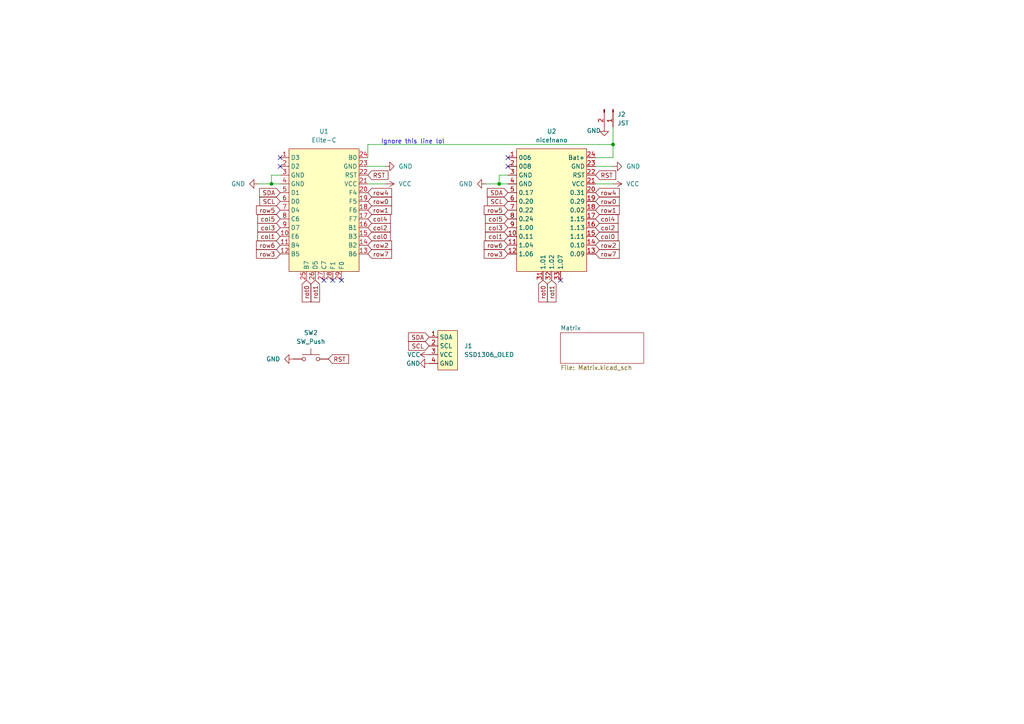
<source format=kicad_sch>
(kicad_sch (version 20210621) (generator eeschema)
  (paper "A4")
  (lib_symbols
    (symbol "Connector:Conn_01x02_Male" (pin_names (offset 1.016) hide)
      (property "Reference" "J" (at 0 2.54 0))
      (property "Value" "Conn_01x02_Male" (at 0 -5.08 0))
      (symbol "Conn_01x02_Male_1_1"
        (rectangle (start 0.8636 -2.413) (end 0 -2.667) (stroke (width 0.1524)) (fill (type outline)))
        (rectangle (start 0.8636 0.127) (end 0 -0.127) (stroke (width 0.1524)) (fill (type outline)))
        (polyline (pts (xy 1.27 -2.54) (xy 0.8636 -2.54)) (stroke (width 0.1524)))
        (polyline (pts (xy 1.27 0) (xy 0.8636 0)) (stroke (width 0.1524)))
        (pin passive line (at 5.08 0 180) (length 3.81) (name "Pin_1") (number "1"))
        (pin passive line (at 5.08 -2.54 180) (length 3.81) (name "Pin_2") (number "2"))
      )
    )
    (symbol "Custom Symbols:Elite-C"
      (property "Reference" "U" (at 0 20.32 0))
      (property "Value" "Elite-C" (at 0 17.78 0))
      (symbol "Elite-C_0_1"
        (rectangle (start -10.16 15.24) (end 10.16 -20.32) (stroke (width 0.1524)) (fill (type background)))
      )
      (symbol "Elite-C_1_1"
        (pin bidirectional line (at -12.7 12.7 0) (length 2.54) (name "D3") (number "1"))
        (pin bidirectional line (at -12.7 -10.16 0) (length 2.54) (name "E6") (number "10"))
        (pin bidirectional line (at -12.7 -12.7 0) (length 2.54) (name "B4") (number "11"))
        (pin bidirectional line (at -12.7 -15.24 0) (length 2.54) (name "B5") (number "12"))
        (pin bidirectional line (at 12.7 -15.24 180) (length 2.54) (name "B6") (number "13"))
        (pin bidirectional line (at 12.7 -12.7 180) (length 2.54) (name "B2") (number "14"))
        (pin bidirectional line (at 12.7 -10.16 180) (length 2.54) (name "B3") (number "15"))
        (pin bidirectional line (at 12.7 -7.62 180) (length 2.54) (name "B1") (number "16"))
        (pin bidirectional line (at 12.7 -5.08 180) (length 2.54) (name "F7") (number "17"))
        (pin bidirectional line (at 12.7 -2.54 180) (length 2.54) (name "F6") (number "18"))
        (pin bidirectional line (at 12.7 0 180) (length 2.54) (name "F5") (number "19"))
        (pin bidirectional line (at -12.7 10.16 0) (length 2.54) (name "D2") (number "2"))
        (pin bidirectional line (at 12.7 2.54 180) (length 2.54) (name "F4") (number "20"))
        (pin bidirectional line (at 12.7 5.08 180) (length 2.54) (name "VCC") (number "21"))
        (pin bidirectional line (at 12.7 7.62 180) (length 2.54) (name "RST") (number "22"))
        (pin bidirectional line (at 12.7 10.16 180) (length 2.54) (name "GND") (number "23"))
        (pin bidirectional line (at 12.7 12.7 180) (length 2.54) (name "B0") (number "24"))
        (pin bidirectional line (at -5.08 -22.86 90) (length 2.54) (name "B7") (number "25"))
        (pin bidirectional line (at -2.54 -22.86 90) (length 2.54) (name "D5") (number "26"))
        (pin bidirectional line (at 0 -22.86 90) (length 2.54) (name "C7") (number "27"))
        (pin bidirectional line (at 2.54 -22.86 90) (length 2.54) (name "F1") (number "28"))
        (pin bidirectional line (at 5.08 -22.86 90) (length 2.54) (name "F0") (number "29"))
        (pin bidirectional line (at -12.7 7.62 0) (length 2.54) (name "GND") (number "3"))
        (pin bidirectional line (at -12.7 5.08 0) (length 2.54) (name "GND") (number "4"))
        (pin bidirectional line (at -12.7 2.54 0) (length 2.54) (name "D1") (number "5"))
        (pin bidirectional line (at -12.7 0 0) (length 2.54) (name "D0") (number "6"))
        (pin bidirectional line (at -12.7 -2.54 0) (length 2.54) (name "D4") (number "7"))
        (pin bidirectional line (at -12.7 -5.08 0) (length 2.54) (name "C6") (number "8"))
        (pin bidirectional line (at -12.7 -7.62 0) (length 2.54) (name "D7") (number "9"))
      )
    )
    (symbol "Custom Symbols:SSD1306_OLED"
      (property "Reference" "J" (at 0 8.89 0))
      (property "Value" "SSD1306_OLED" (at 0.635 6.35 0))
      (symbol "SSD1306_OLED_0_1"
        (rectangle (start -2.54 5.08) (end 3.175 -6.35) (stroke (width 0.1524)) (fill (type background)))
      )
      (symbol "SSD1306_OLED_1_1"
        (pin bidirectional line (at -5.08 3.175 0) (length 2.54) (name "SDA") (number "1"))
        (pin bidirectional line (at -5.08 0.635 0) (length 2.54) (name "SCL") (number "2"))
        (pin bidirectional line (at -5.08 -1.905 0) (length 2.54) (name "VCC") (number "3"))
        (pin bidirectional line (at -5.08 -4.445 0) (length 2.54) (name "GND") (number "4"))
      )
    )
    (symbol "Custom Symbols:nice!nano"
      (property "Reference" "U" (at 0 22.86 0))
      (property "Value" "nice!nano" (at 0 20.32 0))
      (symbol "nice!nano_0_1"
        (rectangle (start -10.16 17.78) (end 10.16 -17.78) (stroke (width 0.1524)) (fill (type background)))
      )
      (symbol "nice!nano_1_1"
        (pin bidirectional line (at -12.7 15.24 0) (length 2.54) (name "006") (number "1"))
        (pin bidirectional line (at -12.7 -7.62 0) (length 2.54) (name "0.11") (number "10"))
        (pin bidirectional line (at -12.7 -10.16 0) (length 2.54) (name "1.04") (number "11"))
        (pin bidirectional line (at -12.7 -12.7 0) (length 2.54) (name "1.06") (number "12"))
        (pin bidirectional line (at 12.7 -12.7 180) (length 2.54) (name "0.09") (number "13"))
        (pin bidirectional line (at 12.7 -10.16 180) (length 2.54) (name "0.10") (number "14"))
        (pin bidirectional line (at 12.7 -7.62 180) (length 2.54) (name "1.11") (number "15"))
        (pin bidirectional line (at 12.7 -5.08 180) (length 2.54) (name "1.13") (number "16"))
        (pin bidirectional line (at 12.7 -2.54 180) (length 2.54) (name "1.15") (number "17"))
        (pin bidirectional line (at 12.7 0 180) (length 2.54) (name "0.02") (number "18"))
        (pin bidirectional line (at 12.7 2.54 180) (length 2.54) (name "0.29") (number "19"))
        (pin bidirectional line (at -12.7 12.7 0) (length 2.54) (name "008") (number "2"))
        (pin bidirectional line (at 12.7 5.08 180) (length 2.54) (name "0.31") (number "20"))
        (pin bidirectional line (at 12.7 7.62 180) (length 2.54) (name "VCC") (number "21"))
        (pin bidirectional line (at 12.7 10.16 180) (length 2.54) (name "RST") (number "22"))
        (pin bidirectional line (at 12.7 12.7 180) (length 2.54) (name "GND") (number "23"))
        (pin bidirectional line (at 12.7 15.24 180) (length 2.54) (name "Bat+") (number "24"))
        (pin bidirectional line (at -12.7 10.16 0) (length 2.54) (name "GND") (number "3"))
        (pin bidirectional line (at -2.54 -20.32 90) (length 2.54) (name "1.01") (number "31"))
        (pin bidirectional line (at 0 -20.32 90) (length 2.54) (name "1.02") (number "32"))
        (pin bidirectional line (at 2.54 -20.32 90) (length 2.54) (name "1.07") (number "33"))
        (pin bidirectional line (at -12.7 7.62 0) (length 2.54) (name "GND") (number "4"))
        (pin bidirectional line (at -12.7 5.08 0) (length 2.54) (name "0.17") (number "5"))
        (pin bidirectional line (at -12.7 2.54 0) (length 2.54) (name "0.20") (number "6"))
        (pin bidirectional line (at -12.7 0 0) (length 2.54) (name "0.22") (number "7"))
        (pin bidirectional line (at -12.7 -2.54 0) (length 2.54) (name "0.24") (number "8"))
        (pin bidirectional line (at -12.7 -5.08 0) (length 2.54) (name "1.00") (number "9"))
      )
    )
    (symbol "Switch:SW_Push" (pin_numbers hide) (pin_names (offset 1.016) hide)
      (property "Reference" "SW" (at 1.27 2.54 0))
      (property "Value" "SW_Push" (at 0 -1.524 0))
      (symbol "SW_Push_0_1"
        (circle (center -2.032 0) (radius 0.508))
        (circle (center 2.032 0) (radius 0.508))
        (polyline (pts (xy 0 1.27) (xy 0 3.048)))
        (polyline (pts (xy 2.54 1.27) (xy -2.54 1.27)))
        (pin passive line (at -5.08 0 0) (length 2.54) (name "1") (number "1"))
        (pin passive line (at 5.08 0 180) (length 2.54) (name "2") (number "2"))
      )
    )
    (symbol "power:GND" (power) (pin_names (offset 0))
      (property "Value" "GND" (at 0 -3.81 0))
      (symbol "GND_0_1"
        (polyline (pts (xy 0 0) (xy 0 -1.27) (xy 1.27 -1.27) (xy 0 -2.54) (xy -1.27 -1.27) (xy 0 -1.27)))
      )
      (symbol "GND_1_1"
        (pin power_in line (at 0 0 270) (length 0) hide (name "GND") (number "1"))
      )
    )
    (symbol "power:VCC" (power) (pin_names (offset 0))
      (property "Value" "VCC" (at 0 3.81 0))
      (symbol "VCC_0_1"
        (polyline (pts (xy -0.762 1.27) (xy 0 2.54)))
        (polyline (pts (xy 0 0) (xy 0 2.54)))
        (polyline (pts (xy 0 2.54) (xy 0.762 1.27)))
      )
      (symbol "VCC_1_1"
        (pin power_in line (at 0 0 90) (length 0) hide (name "VCC") (number "1"))
      )
    )
  )
  (junction (at 78.74 53.34) (diameter 0.9144))
  (junction (at 144.78 53.34) (diameter 0.9144))
  (junction (at 177.8 41.91) (diameter 0.9144))
  (no_connect (at 81.28 45.72))
  (no_connect (at 81.28 48.26))
  (no_connect (at 93.98 81.28))
  (no_connect (at 96.52 81.28))
  (no_connect (at 99.06 81.28))
  (no_connect (at 147.32 45.72))
  (no_connect (at 147.32 48.26))
  (no_connect (at 162.56 81.28))
  (wire (pts (xy 74.93 53.34) (xy 78.74 53.34)))
  (wire (pts (xy 78.74 50.8) (xy 78.74 53.34)))
  (wire (pts (xy 78.74 53.34) (xy 81.28 53.34)))
  (wire (pts (xy 81.28 50.8) (xy 78.74 50.8)))
  (wire (pts (xy 106.68 41.91) (xy 177.8 41.91)))
  (wire (pts (xy 106.68 45.72) (xy 106.68 41.91)))
  (wire (pts (xy 106.68 48.26) (xy 111.76 48.26)))
  (wire (pts (xy 106.68 53.34) (xy 111.76 53.34)))
  (wire (pts (xy 144.78 50.8) (xy 144.78 53.34)))
  (wire (pts (xy 144.78 53.34) (xy 140.97 53.34)))
  (wire (pts (xy 144.78 53.34) (xy 147.32 53.34)))
  (wire (pts (xy 147.32 50.8) (xy 144.78 50.8)))
  (wire (pts (xy 172.72 45.72) (xy 177.8 45.72)))
  (wire (pts (xy 172.72 48.26) (xy 177.8 48.26)))
  (wire (pts (xy 172.72 53.34) (xy 177.8 53.34)))
  (wire (pts (xy 177.8 36.83) (xy 177.8 41.91)))
  (wire (pts (xy 177.8 45.72) (xy 177.8 41.91)))
  (text "Ignore this line lol" (at 110.49 41.91 0) (effects (font (size 1.27 1.27)) (justify left bottom)))
  (global_label "SDA" (shape input) (at 81.28 55.88 180) (property "Intersheet References" "${INTERSHEET_REFS}" (effects hide)))
  (global_label "SCL" (shape input) (at 81.28 58.42 180) (property "Intersheet References" "${INTERSHEET_REFS}" (effects hide)))
  (global_label "row5" (shape input) (at 81.28 60.96 180) (property "Intersheet References" "${INTERSHEET_REFS}" (effects hide)))
  (global_label "col5" (shape input) (at 81.28 63.5 180) (property "Intersheet References" "${INTERSHEET_REFS}" (effects hide)))
  (global_label "col3" (shape input) (at 81.28 66.04 180) (property "Intersheet References" "${INTERSHEET_REFS}" (effects hide)))
  (global_label "col1" (shape input) (at 81.28 68.58 180) (property "Intersheet References" "${INTERSHEET_REFS}" (effects hide)))
  (global_label "row6" (shape input) (at 81.28 71.12 180) (property "Intersheet References" "${INTERSHEET_REFS}" (effects hide)))
  (global_label "row3" (shape input) (at 81.28 73.66 180) (property "Intersheet References" "${INTERSHEET_REFS}" (effects hide)))
  (global_label "rot0" (shape input) (at 88.9 81.28 270) (property "Intersheet References" "${INTERSHEET_REFS}" (effects hide)))
  (global_label "rot1" (shape input) (at 91.44 81.28 270) (property "Intersheet References" "${INTERSHEET_REFS}" (effects hide)))
  (global_label "RST" (shape input) (at 95.25 104.14 0) (property "Intersheet References" "${INTERSHEET_REFS}" (effects hide)))
  (global_label "RST" (shape input) (at 106.68 50.8 0) (property "Intersheet References" "${INTERSHEET_REFS}" (effects hide)))
  (global_label "row4" (shape input) (at 106.68 55.88 0) (property "Intersheet References" "${INTERSHEET_REFS}" (effects hide)))
  (global_label "row0" (shape input) (at 106.68 58.42 0) (property "Intersheet References" "${INTERSHEET_REFS}" (effects hide)))
  (global_label "row1" (shape input) (at 106.68 60.96 0) (property "Intersheet References" "${INTERSHEET_REFS}" (effects hide)))
  (global_label "col4" (shape input) (at 106.68 63.5 0) (property "Intersheet References" "${INTERSHEET_REFS}" (effects hide)))
  (global_label "col2" (shape input) (at 106.68 66.04 0) (property "Intersheet References" "${INTERSHEET_REFS}" (effects hide)))
  (global_label "col0" (shape input) (at 106.68 68.58 0) (property "Intersheet References" "${INTERSHEET_REFS}" (effects hide)))
  (global_label "row2" (shape input) (at 106.68 71.12 0) (property "Intersheet References" "${INTERSHEET_REFS}" (effects hide)))
  (global_label "row7" (shape input) (at 106.68 73.66 0) (property "Intersheet References" "${INTERSHEET_REFS}" (effects hide)))
  (global_label "SDA" (shape input) (at 124.46 97.79 180) (property "Intersheet References" "${INTERSHEET_REFS}" (effects hide)))
  (global_label "SCL" (shape input) (at 124.46 100.33 180) (property "Intersheet References" "${INTERSHEET_REFS}" (effects hide)))
  (global_label "SDA" (shape input) (at 147.32 55.88 180) (property "Intersheet References" "${INTERSHEET_REFS}" (effects hide)))
  (global_label "SCL" (shape input) (at 147.32 58.42 180) (property "Intersheet References" "${INTERSHEET_REFS}" (effects hide)))
  (global_label "row5" (shape input) (at 147.32 60.96 180) (property "Intersheet References" "${INTERSHEET_REFS}" (effects hide)))
  (global_label "col5" (shape input) (at 147.32 63.5 180) (property "Intersheet References" "${INTERSHEET_REFS}" (effects hide)))
  (global_label "col3" (shape input) (at 147.32 66.04 180) (property "Intersheet References" "${INTERSHEET_REFS}" (effects hide)))
  (global_label "col1" (shape input) (at 147.32 68.58 180) (property "Intersheet References" "${INTERSHEET_REFS}" (effects hide)))
  (global_label "row6" (shape input) (at 147.32 71.12 180) (property "Intersheet References" "${INTERSHEET_REFS}" (effects hide)))
  (global_label "row3" (shape input) (at 147.32 73.66 180) (property "Intersheet References" "${INTERSHEET_REFS}" (effects hide)))
  (global_label "rot0" (shape input) (at 157.48 81.28 270) (property "Intersheet References" "${INTERSHEET_REFS}" (effects hide)))
  (global_label "rot1" (shape input) (at 160.02 81.28 270) (property "Intersheet References" "${INTERSHEET_REFS}" (effects hide)))
  (global_label "RST" (shape input) (at 172.72 50.8 0) (property "Intersheet References" "${INTERSHEET_REFS}" (effects hide)))
  (global_label "row4" (shape input) (at 172.72 55.88 0) (property "Intersheet References" "${INTERSHEET_REFS}" (effects hide)))
  (global_label "row0" (shape input) (at 172.72 58.42 0) (property "Intersheet References" "${INTERSHEET_REFS}" (effects hide)))
  (global_label "row1" (shape input) (at 172.72 60.96 0) (property "Intersheet References" "${INTERSHEET_REFS}" (effects hide)))
  (global_label "col4" (shape input) (at 172.72 63.5 0) (property "Intersheet References" "${INTERSHEET_REFS}" (effects hide)))
  (global_label "col2" (shape input) (at 172.72 66.04 0) (property "Intersheet References" "${INTERSHEET_REFS}" (effects hide)))
  (global_label "col0" (shape input) (at 172.72 68.58 0) (property "Intersheet References" "${INTERSHEET_REFS}" (effects hide)))
  (global_label "row2" (shape input) (at 172.72 71.12 0) (property "Intersheet References" "${INTERSHEET_REFS}" (effects hide)))
  (global_label "row7" (shape input) (at 172.72 73.66 0) (property "Intersheet References" "${INTERSHEET_REFS}" (effects hide)))
  (symbol (lib_id "power:VCC") (at 111.76 53.34 270) (unit 1)
    (property "Reference" "#PWR04" (effects hide))
    (property "Value" "VCC" (at 115.57 53.3399 90) (effects (justify left)))
  )
  (symbol (lib_id "power:VCC") (at 124.46 102.87 90) (unit 1)
    (property "Reference" "#PWR0101" (effects hide))
    (property "Value" "VCC" (at 118.11 102.8699 90) (effects (justify right)))
  )
  (symbol (lib_id "power:VCC") (at 177.8 53.34 270) (unit 1)
    (property "Reference" "#PWR08" (effects hide))
    (property "Value" "VCC" (at 181.61 53.3399 90) (effects (justify left)))
  )
  (symbol (lib_id "power:GND") (at 74.93 53.34 270) (unit 1)
    (property "Reference" "#PWR01" (effects hide))
    (property "Value" "GND" (at 71.12 53.3399 90) (effects (justify right)))
  )
  (symbol (lib_id "power:GND") (at 85.09 104.14 270) (unit 1)
    (property "Reference" "#PWR02" (effects hide))
    (property "Value" "GND" (at 81.28 104.1399 90) (effects (justify right)))
  )
  (symbol (lib_id "power:GND") (at 111.76 48.26 90) (unit 1)
    (property "Reference" "#PWR03" (effects hide))
    (property "Value" "GND" (at 115.57 48.2599 90) (effects (justify right)))
  )
  (symbol (lib_id "power:GND") (at 124.46 105.41 270) (unit 1)
    (property "Reference" "#PWR0102" (effects hide))
    (property "Value" "GND" (at 121.92 105.4099 90) (effects (justify right)))
  )
  (symbol (lib_id "power:GND") (at 140.97 53.34 270) (unit 1)
    (property "Reference" "#PWR05" (effects hide))
    (property "Value" "GND" (at 137.16 53.3399 90) (effects (justify right)))
  )
  (symbol (lib_id "power:GND") (at 175.26 36.83 0) (unit 1)
    (property "Reference" "#PWR06" (effects hide))
    (property "Value" "GND" (at 170.18 37.9094 0) (effects (justify left)))
  )
  (symbol (lib_id "power:GND") (at 177.8 48.26 90) (unit 1)
    (property "Reference" "#PWR07" (effects hide))
    (property "Value" "GND" (at 181.61 48.2599 90) (effects (justify right)))
  )
  (symbol (lib_id "Connector:Conn_01x02_Male") (at 177.8 31.75 270) (unit 1)
    (property "Reference" "J2" (at 179.07 33.1723 90) (effects (justify left)))
    (property "Value" "JST" (at 179.07 35.7123 90) (effects (justify left)))
    (property "Footprint" "Connector_JST:JST_PH_S2B-PH-K_1x02_P2.00mm_Horizontal" (effects hide))
  )
  (symbol (lib_id "Switch:SW_Push") (at 90.17 104.14 0) (unit 1)
    (property "Reference" "SW2" (at 90.17 96.52 0))
    (property "Value" "SW_Push" (at 90.17 99.06 0))
    (property "Footprint" "Keebio:SW_Tactile_SPST_Angled_MJTP1117" (effects hide))
  )
  (symbol (lib_id "Custom Symbols:SSD1306_OLED") (at 129.54 100.965 0) (unit 1)
    (property "Reference" "J1" (at 134.62 100.3299 0) (effects (justify left)))
    (property "Value" "SSD1306_OLED" (at 134.62 102.8699 0) (effects (justify left)))
    (property "Footprint" "kbd:OLED_v2" (effects hide))
  )
  (symbol (lib_id "Custom Symbols:Elite-C") (at 93.98 58.42 0) (unit 1)
    (property "Reference" "U1" (at 93.98 38.1 0))
    (property "Value" "Elite-C" (at 93.98 40.64 0))
    (property "Footprint" "Keebio:Elite-C" (effects hide))
  )
  (symbol (lib_id "Custom Symbols:nice!nano") (at 160.02 60.96 0) (unit 1)
    (property "Reference" "U2" (at 160.02 38.1 0))
    (property "Value" "nice!nano" (at 160.02 40.64 0))
    (property "Footprint" "nice!nano:nice_nano" (effects hide))
  )
  (sheet (at 162.56 96.52) (size 24.13 8.89) (stroke (width 0.0006))
    (property "Sheet name" "Matrix" (at 162.56 95.8843 0) (effects (justify left bottom)))
    (property "Sheet file" "Matrix.kicad_sch" (at 162.56 105.9187 0) (effects (justify left top)))
  )
)
</source>
